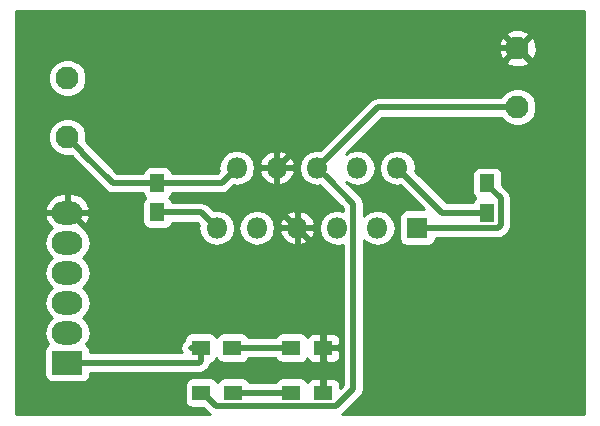
<source format=gbr>
G04 #@! TF.FileFunction,Copper,L1,Top,Signal*
%FSLAX46Y46*%
G04 Gerber Fmt 4.6, Leading zero omitted, Abs format (unit mm)*
G04 Created by KiCad (PCBNEW 4.0.7+dfsg1-1ubuntu2) date Fri Sep 14 11:58:39 2018*
%MOMM*%
%LPD*%
G01*
G04 APERTURE LIST*
%ADD10C,0.100000*%
%ADD11R,1.500000X1.300000*%
%ADD12C,1.950000*%
%ADD13R,1.250000X1.500000*%
%ADD14R,1.800000X1.800000*%
%ADD15O,1.800000X1.800000*%
%ADD16R,2.600000X2.000000*%
%ADD17O,2.600000X2.000000*%
%ADD18C,0.500000*%
%ADD19C,0.254000*%
G04 APERTURE END LIST*
D10*
D11*
X93900000Y-54610000D03*
X96600000Y-54610000D03*
D12*
X113030000Y-25440000D03*
X113030000Y-30440000D03*
D11*
X88980000Y-54610000D03*
X86280000Y-54610000D03*
X88900000Y-50800000D03*
X86200000Y-50800000D03*
X93900000Y-50800000D03*
X96600000Y-50800000D03*
D13*
X82550000Y-36850000D03*
X82550000Y-39350000D03*
X110490000Y-36870000D03*
X110490000Y-39370000D03*
D14*
X104570000Y-40640000D03*
D15*
X102870000Y-35560000D03*
X101170000Y-40640000D03*
X99470000Y-35560000D03*
X97770000Y-40640000D03*
X96070000Y-35560000D03*
X94370000Y-40640000D03*
X92670000Y-35560000D03*
X90970000Y-40640000D03*
X89270000Y-35560000D03*
X87570000Y-40640000D03*
D16*
X74930000Y-52070000D03*
D17*
X74930000Y-49530000D03*
X74930000Y-46990000D03*
X74930000Y-44450000D03*
X74930000Y-41910000D03*
X74930000Y-39370000D03*
D12*
X74930000Y-27980000D03*
X74930000Y-32980000D03*
D18*
X82550000Y-36850000D02*
X87980000Y-36850000D01*
X87980000Y-36850000D02*
X89270000Y-35560000D01*
X76200000Y-34290000D02*
X78760000Y-36850000D01*
X78760000Y-36850000D02*
X82550000Y-36850000D01*
X76200000Y-34250000D02*
X76200000Y-34290000D01*
X74930000Y-32980000D02*
X76200000Y-34250000D01*
X82550000Y-39350000D02*
X86280000Y-39350000D01*
X86280000Y-39350000D02*
X87570000Y-40640000D01*
X104570000Y-40640000D02*
X111405002Y-40640000D01*
X111405002Y-40640000D02*
X111615000Y-40430002D01*
X111615000Y-40430002D02*
X111615000Y-38120000D01*
X111615000Y-38120000D02*
X110490000Y-36995000D01*
X110490000Y-36995000D02*
X110490000Y-36870000D01*
X106680000Y-39370000D02*
X110490000Y-39370000D01*
X102870000Y-35560000D02*
X106680000Y-39370000D01*
X96070000Y-35560000D02*
X101190000Y-30440000D01*
X101190000Y-30440000D02*
X113030000Y-30440000D01*
X86280000Y-54610000D02*
X86380000Y-54610000D01*
X86380000Y-54610000D02*
X87480001Y-55710001D01*
X87480001Y-55710001D02*
X97710001Y-55710001D01*
X97710001Y-55710001D02*
X99120001Y-54300001D01*
X99120001Y-54300001D02*
X99120001Y-38610001D01*
X99120001Y-38610001D02*
X96969999Y-36459999D01*
X96969999Y-36459999D02*
X96070000Y-35560000D01*
X92670000Y-35560000D02*
X102790000Y-25440000D01*
X102790000Y-25440000D02*
X113030000Y-25440000D01*
X96600000Y-50800000D02*
X96600000Y-44450000D01*
X74930000Y-39370000D02*
X75230000Y-39370000D01*
X96600000Y-44450000D02*
X96600000Y-42870000D01*
X75230000Y-39370000D02*
X80310000Y-44450000D01*
X80310000Y-44450000D02*
X96600000Y-44450000D01*
X92670000Y-35560000D02*
X92670000Y-38940000D01*
X92670000Y-38940000D02*
X94370000Y-40640000D01*
X96600000Y-54610000D02*
X96600000Y-50800000D01*
X96600000Y-42870000D02*
X94370000Y-40640000D01*
X73960000Y-39370000D02*
X73660000Y-39370000D01*
X88980000Y-54610000D02*
X93900000Y-54610000D01*
X88900000Y-50800000D02*
X89000000Y-50800000D01*
X89000000Y-50800000D02*
X93900000Y-50800000D01*
X74930000Y-52070000D02*
X86080000Y-52070000D01*
X86080000Y-52070000D02*
X86200000Y-51950000D01*
X86200000Y-51950000D02*
X86200000Y-50800000D01*
X86200000Y-50800000D02*
X85390000Y-50800000D01*
D19*
G36*
X118670000Y-56440000D02*
X98179830Y-56440000D01*
X98335791Y-56335791D01*
X98335792Y-56335790D01*
X99745788Y-54925793D01*
X99745791Y-54925791D01*
X99937634Y-54638676D01*
X99943338Y-54610000D01*
X100005002Y-54300001D01*
X100005001Y-54299996D01*
X100005001Y-41651300D01*
X100054519Y-41725409D01*
X100552509Y-42058155D01*
X101139928Y-42175000D01*
X101200072Y-42175000D01*
X101787491Y-42058155D01*
X102285481Y-41725409D01*
X102618227Y-41227419D01*
X102735072Y-40640000D01*
X102618227Y-40052581D01*
X102285481Y-39554591D01*
X101787491Y-39221845D01*
X101200072Y-39105000D01*
X101139928Y-39105000D01*
X100552509Y-39221845D01*
X100054519Y-39554591D01*
X100005001Y-39628700D01*
X100005001Y-38610006D01*
X100005002Y-38610001D01*
X99937634Y-38271327D01*
X99937634Y-38271326D01*
X99745791Y-37984211D01*
X99745788Y-37984209D01*
X98512645Y-36751065D01*
X98852509Y-36978155D01*
X99439928Y-37095000D01*
X99500072Y-37095000D01*
X100087491Y-36978155D01*
X100585481Y-36645409D01*
X100918227Y-36147419D01*
X101035072Y-35560000D01*
X101304928Y-35560000D01*
X101421773Y-36147419D01*
X101754519Y-36645409D01*
X102252509Y-36978155D01*
X102839928Y-37095000D01*
X102900072Y-37095000D01*
X103111387Y-37052967D01*
X105150981Y-39092560D01*
X103670000Y-39092560D01*
X103434683Y-39136838D01*
X103218559Y-39275910D01*
X103073569Y-39488110D01*
X103022560Y-39740000D01*
X103022560Y-41540000D01*
X103066838Y-41775317D01*
X103205910Y-41991441D01*
X103418110Y-42136431D01*
X103670000Y-42187440D01*
X105470000Y-42187440D01*
X105705317Y-42143162D01*
X105921441Y-42004090D01*
X106066431Y-41791890D01*
X106117440Y-41540000D01*
X106117440Y-41525000D01*
X111404997Y-41525000D01*
X111405002Y-41525001D01*
X111687486Y-41468810D01*
X111743677Y-41457633D01*
X112030792Y-41265790D01*
X112030793Y-41265789D01*
X112240787Y-41055794D01*
X112240790Y-41055792D01*
X112432633Y-40768677D01*
X112471866Y-40571441D01*
X112500001Y-40430002D01*
X112500000Y-40429997D01*
X112500000Y-38120005D01*
X112500001Y-38120000D01*
X112432633Y-37781325D01*
X112394999Y-37725001D01*
X112240790Y-37494210D01*
X112240787Y-37494208D01*
X111762440Y-37015861D01*
X111762440Y-36120000D01*
X111718162Y-35884683D01*
X111579090Y-35668559D01*
X111366890Y-35523569D01*
X111115000Y-35472560D01*
X109865000Y-35472560D01*
X109629683Y-35516838D01*
X109413559Y-35655910D01*
X109268569Y-35868110D01*
X109217560Y-36120000D01*
X109217560Y-37620000D01*
X109261838Y-37855317D01*
X109400910Y-38071441D01*
X109470711Y-38119134D01*
X109413559Y-38155910D01*
X109268569Y-38368110D01*
X109244898Y-38485000D01*
X107046579Y-38485000D01*
X104383060Y-35821480D01*
X104435072Y-35560000D01*
X104318227Y-34972581D01*
X103985481Y-34474591D01*
X103487491Y-34141845D01*
X102900072Y-34025000D01*
X102839928Y-34025000D01*
X102252509Y-34141845D01*
X101754519Y-34474591D01*
X101421773Y-34972581D01*
X101304928Y-35560000D01*
X101035072Y-35560000D01*
X100918227Y-34972581D01*
X100585481Y-34474591D01*
X100087491Y-34141845D01*
X99500072Y-34025000D01*
X99439928Y-34025000D01*
X98852509Y-34141845D01*
X98512645Y-34368935D01*
X101556579Y-31325000D01*
X111653652Y-31325000D01*
X111664312Y-31350800D01*
X112116817Y-31804096D01*
X112708346Y-32049720D01*
X113348844Y-32050279D01*
X113940800Y-31805688D01*
X114394096Y-31353183D01*
X114639720Y-30761654D01*
X114640279Y-30121156D01*
X114395688Y-29529200D01*
X113943183Y-29075904D01*
X113351654Y-28830280D01*
X112711156Y-28829721D01*
X112119200Y-29074312D01*
X111665904Y-29526817D01*
X111654201Y-29555000D01*
X101190000Y-29555000D01*
X100851325Y-29622367D01*
X100564210Y-29814210D01*
X100564208Y-29814213D01*
X96311387Y-34067033D01*
X96100072Y-34025000D01*
X96039928Y-34025000D01*
X95452509Y-34141845D01*
X94954519Y-34474591D01*
X94621773Y-34972581D01*
X94504928Y-35560000D01*
X94621773Y-36147419D01*
X94954519Y-36645409D01*
X95452509Y-36978155D01*
X96039928Y-37095000D01*
X96100072Y-37095000D01*
X96311388Y-37052967D01*
X96344207Y-37085786D01*
X96344209Y-37085789D01*
X98235001Y-38976580D01*
X98235001Y-39191513D01*
X97800072Y-39105000D01*
X97739928Y-39105000D01*
X97152509Y-39221845D01*
X96654519Y-39554591D01*
X96321773Y-40052581D01*
X96204928Y-40640000D01*
X96321773Y-41227419D01*
X96654519Y-41725409D01*
X97152509Y-42058155D01*
X97739928Y-42175000D01*
X97800072Y-42175000D01*
X98235001Y-42088487D01*
X98235001Y-53933422D01*
X97985000Y-54183423D01*
X97985000Y-53833690D01*
X97888327Y-53600301D01*
X97709698Y-53421673D01*
X97476309Y-53325000D01*
X96885750Y-53325000D01*
X96727000Y-53483750D01*
X96727000Y-54483000D01*
X96747000Y-54483000D01*
X96747000Y-54737000D01*
X96727000Y-54737000D01*
X96727000Y-54757000D01*
X96473000Y-54757000D01*
X96473000Y-54737000D01*
X96453000Y-54737000D01*
X96453000Y-54483000D01*
X96473000Y-54483000D01*
X96473000Y-53483750D01*
X96314250Y-53325000D01*
X95723691Y-53325000D01*
X95490302Y-53421673D01*
X95311673Y-53600301D01*
X95255346Y-53736287D01*
X95253162Y-53724683D01*
X95114090Y-53508559D01*
X94901890Y-53363569D01*
X94650000Y-53312560D01*
X93150000Y-53312560D01*
X92914683Y-53356838D01*
X92698559Y-53495910D01*
X92553569Y-53708110D01*
X92550149Y-53725000D01*
X90333222Y-53725000D01*
X90333162Y-53724683D01*
X90194090Y-53508559D01*
X89981890Y-53363569D01*
X89730000Y-53312560D01*
X88230000Y-53312560D01*
X87994683Y-53356838D01*
X87778559Y-53495910D01*
X87633569Y-53708110D01*
X87630919Y-53721197D01*
X87494090Y-53508559D01*
X87281890Y-53363569D01*
X87030000Y-53312560D01*
X85530000Y-53312560D01*
X85294683Y-53356838D01*
X85078559Y-53495910D01*
X84933569Y-53708110D01*
X84882560Y-53960000D01*
X84882560Y-55260000D01*
X84926838Y-55495317D01*
X85065910Y-55711441D01*
X85278110Y-55856431D01*
X85530000Y-55907440D01*
X86425861Y-55907440D01*
X86854209Y-56335788D01*
X86854211Y-56335791D01*
X87010172Y-56440000D01*
X70560000Y-56440000D01*
X70560000Y-41910000D01*
X72957091Y-41910000D01*
X73081548Y-42535687D01*
X73435971Y-43066120D01*
X73606405Y-43180000D01*
X73435971Y-43293880D01*
X73081548Y-43824313D01*
X72957091Y-44450000D01*
X73081548Y-45075687D01*
X73435971Y-45606120D01*
X73606405Y-45720000D01*
X73435971Y-45833880D01*
X73081548Y-46364313D01*
X72957091Y-46990000D01*
X73081548Y-47615687D01*
X73435971Y-48146120D01*
X73606405Y-48260000D01*
X73435971Y-48373880D01*
X73081548Y-48904313D01*
X72957091Y-49530000D01*
X73081548Y-50155687D01*
X73321093Y-50514192D01*
X73178559Y-50605910D01*
X73033569Y-50818110D01*
X72982560Y-51070000D01*
X72982560Y-53070000D01*
X73026838Y-53305317D01*
X73165910Y-53521441D01*
X73378110Y-53666431D01*
X73630000Y-53717440D01*
X76230000Y-53717440D01*
X76465317Y-53673162D01*
X76681441Y-53534090D01*
X76826431Y-53321890D01*
X76877440Y-53070000D01*
X76877440Y-52955000D01*
X86079995Y-52955000D01*
X86080000Y-52955001D01*
X86362484Y-52898810D01*
X86418675Y-52887633D01*
X86705790Y-52695790D01*
X86825787Y-52575792D01*
X86825790Y-52575790D01*
X87017633Y-52288675D01*
X87028810Y-52232484D01*
X87059782Y-52076783D01*
X87185317Y-52053162D01*
X87401441Y-51914090D01*
X87546431Y-51701890D01*
X87549081Y-51688803D01*
X87685910Y-51901441D01*
X87898110Y-52046431D01*
X88150000Y-52097440D01*
X89650000Y-52097440D01*
X89885317Y-52053162D01*
X90101441Y-51914090D01*
X90246431Y-51701890D01*
X90249851Y-51685000D01*
X92546778Y-51685000D01*
X92546838Y-51685317D01*
X92685910Y-51901441D01*
X92898110Y-52046431D01*
X93150000Y-52097440D01*
X94650000Y-52097440D01*
X94885317Y-52053162D01*
X95101441Y-51914090D01*
X95246431Y-51701890D01*
X95253191Y-51668510D01*
X95311673Y-51809699D01*
X95490302Y-51988327D01*
X95723691Y-52085000D01*
X96314250Y-52085000D01*
X96473000Y-51926250D01*
X96473000Y-50927000D01*
X96727000Y-50927000D01*
X96727000Y-51926250D01*
X96885750Y-52085000D01*
X97476309Y-52085000D01*
X97709698Y-51988327D01*
X97888327Y-51809699D01*
X97985000Y-51576310D01*
X97985000Y-51085750D01*
X97826250Y-50927000D01*
X96727000Y-50927000D01*
X96473000Y-50927000D01*
X96453000Y-50927000D01*
X96453000Y-50673000D01*
X96473000Y-50673000D01*
X96473000Y-49673750D01*
X96727000Y-49673750D01*
X96727000Y-50673000D01*
X97826250Y-50673000D01*
X97985000Y-50514250D01*
X97985000Y-50023690D01*
X97888327Y-49790301D01*
X97709698Y-49611673D01*
X97476309Y-49515000D01*
X96885750Y-49515000D01*
X96727000Y-49673750D01*
X96473000Y-49673750D01*
X96314250Y-49515000D01*
X95723691Y-49515000D01*
X95490302Y-49611673D01*
X95311673Y-49790301D01*
X95255346Y-49926287D01*
X95253162Y-49914683D01*
X95114090Y-49698559D01*
X94901890Y-49553569D01*
X94650000Y-49502560D01*
X93150000Y-49502560D01*
X92914683Y-49546838D01*
X92698559Y-49685910D01*
X92553569Y-49898110D01*
X92550149Y-49915000D01*
X90253222Y-49915000D01*
X90253162Y-49914683D01*
X90114090Y-49698559D01*
X89901890Y-49553569D01*
X89650000Y-49502560D01*
X88150000Y-49502560D01*
X87914683Y-49546838D01*
X87698559Y-49685910D01*
X87553569Y-49898110D01*
X87550919Y-49911197D01*
X87414090Y-49698559D01*
X87201890Y-49553569D01*
X86950000Y-49502560D01*
X85450000Y-49502560D01*
X85214683Y-49546838D01*
X84998559Y-49685910D01*
X84853569Y-49898110D01*
X84802891Y-50148364D01*
X84764210Y-50174210D01*
X84572367Y-50461325D01*
X84505000Y-50800000D01*
X84572367Y-51138675D01*
X84603320Y-51185000D01*
X76877440Y-51185000D01*
X76877440Y-51070000D01*
X76833162Y-50834683D01*
X76694090Y-50618559D01*
X76539671Y-50513049D01*
X76778452Y-50155687D01*
X76902909Y-49530000D01*
X76778452Y-48904313D01*
X76424029Y-48373880D01*
X76253595Y-48260000D01*
X76424029Y-48146120D01*
X76778452Y-47615687D01*
X76902909Y-46990000D01*
X76778452Y-46364313D01*
X76424029Y-45833880D01*
X76253595Y-45720000D01*
X76424029Y-45606120D01*
X76778452Y-45075687D01*
X76902909Y-44450000D01*
X76778452Y-43824313D01*
X76424029Y-43293880D01*
X76253595Y-43180000D01*
X76424029Y-43066120D01*
X76778452Y-42535687D01*
X76902909Y-41910000D01*
X76778452Y-41284313D01*
X76424029Y-40753880D01*
X76233812Y-40626781D01*
X76475922Y-40436317D01*
X76789144Y-39878355D01*
X76820124Y-39750434D01*
X76700777Y-39497000D01*
X75057000Y-39497000D01*
X75057000Y-39517000D01*
X74803000Y-39517000D01*
X74803000Y-39497000D01*
X73159223Y-39497000D01*
X73039876Y-39750434D01*
X73070856Y-39878355D01*
X73384078Y-40436317D01*
X73626188Y-40626781D01*
X73435971Y-40753880D01*
X73081548Y-41284313D01*
X72957091Y-41910000D01*
X70560000Y-41910000D01*
X70560000Y-38989566D01*
X73039876Y-38989566D01*
X73159223Y-39243000D01*
X74803000Y-39243000D01*
X74803000Y-37735000D01*
X75057000Y-37735000D01*
X75057000Y-39243000D01*
X76700777Y-39243000D01*
X76820124Y-38989566D01*
X76789144Y-38861645D01*
X76475922Y-38303683D01*
X75973020Y-37908058D01*
X75357000Y-37735000D01*
X75057000Y-37735000D01*
X74803000Y-37735000D01*
X74503000Y-37735000D01*
X73886980Y-37908058D01*
X73384078Y-38303683D01*
X73070856Y-38861645D01*
X73039876Y-38989566D01*
X70560000Y-38989566D01*
X70560000Y-33298844D01*
X73319721Y-33298844D01*
X73564312Y-33890800D01*
X74016817Y-34344096D01*
X74608346Y-34589720D01*
X75248844Y-34590279D01*
X75277047Y-34578626D01*
X75493664Y-34795243D01*
X75574210Y-34915790D01*
X78134208Y-37475787D01*
X78134210Y-37475790D01*
X78421325Y-37667633D01*
X78477516Y-37678810D01*
X78760000Y-37735001D01*
X78760005Y-37735000D01*
X81302962Y-37735000D01*
X81321838Y-37835317D01*
X81460910Y-38051441D01*
X81530711Y-38099134D01*
X81473559Y-38135910D01*
X81328569Y-38348110D01*
X81277560Y-38600000D01*
X81277560Y-40100000D01*
X81321838Y-40335317D01*
X81460910Y-40551441D01*
X81673110Y-40696431D01*
X81925000Y-40747440D01*
X83175000Y-40747440D01*
X83410317Y-40703162D01*
X83626441Y-40564090D01*
X83771431Y-40351890D01*
X83795102Y-40235000D01*
X85913420Y-40235000D01*
X86056940Y-40378519D01*
X86004928Y-40640000D01*
X86121773Y-41227419D01*
X86454519Y-41725409D01*
X86952509Y-42058155D01*
X87539928Y-42175000D01*
X87600072Y-42175000D01*
X88187491Y-42058155D01*
X88685481Y-41725409D01*
X89018227Y-41227419D01*
X89135072Y-40640000D01*
X89404928Y-40640000D01*
X89521773Y-41227419D01*
X89854519Y-41725409D01*
X90352509Y-42058155D01*
X90939928Y-42175000D01*
X91000072Y-42175000D01*
X91587491Y-42058155D01*
X92085481Y-41725409D01*
X92418227Y-41227419D01*
X92462520Y-41004740D01*
X92878964Y-41004740D01*
X93057760Y-41436417D01*
X93462424Y-41877966D01*
X94005258Y-42131046D01*
X94243000Y-42010997D01*
X94243000Y-40767000D01*
X94497000Y-40767000D01*
X94497000Y-42010997D01*
X94734742Y-42131046D01*
X95277576Y-41877966D01*
X95682240Y-41436417D01*
X95861036Y-41004740D01*
X95740378Y-40767000D01*
X94497000Y-40767000D01*
X94243000Y-40767000D01*
X92999622Y-40767000D01*
X92878964Y-41004740D01*
X92462520Y-41004740D01*
X92535072Y-40640000D01*
X92462521Y-40275260D01*
X92878964Y-40275260D01*
X92999622Y-40513000D01*
X94243000Y-40513000D01*
X94243000Y-39269003D01*
X94497000Y-39269003D01*
X94497000Y-40513000D01*
X95740378Y-40513000D01*
X95861036Y-40275260D01*
X95682240Y-39843583D01*
X95277576Y-39402034D01*
X94734742Y-39148954D01*
X94497000Y-39269003D01*
X94243000Y-39269003D01*
X94005258Y-39148954D01*
X93462424Y-39402034D01*
X93057760Y-39843583D01*
X92878964Y-40275260D01*
X92462521Y-40275260D01*
X92418227Y-40052581D01*
X92085481Y-39554591D01*
X91587491Y-39221845D01*
X91000072Y-39105000D01*
X90939928Y-39105000D01*
X90352509Y-39221845D01*
X89854519Y-39554591D01*
X89521773Y-40052581D01*
X89404928Y-40640000D01*
X89135072Y-40640000D01*
X89018227Y-40052581D01*
X88685481Y-39554591D01*
X88187491Y-39221845D01*
X87600072Y-39105000D01*
X87539928Y-39105000D01*
X87328613Y-39147033D01*
X86905790Y-38724210D01*
X86618675Y-38532367D01*
X86562484Y-38521190D01*
X86280000Y-38464999D01*
X86279995Y-38465000D01*
X83797038Y-38465000D01*
X83778162Y-38364683D01*
X83639090Y-38148559D01*
X83569289Y-38100866D01*
X83626441Y-38064090D01*
X83771431Y-37851890D01*
X83795102Y-37735000D01*
X87979995Y-37735000D01*
X87980000Y-37735001D01*
X88262484Y-37678810D01*
X88318675Y-37667633D01*
X88605790Y-37475790D01*
X89028613Y-37052967D01*
X89239928Y-37095000D01*
X89300072Y-37095000D01*
X89887491Y-36978155D01*
X90385481Y-36645409D01*
X90718227Y-36147419D01*
X90762520Y-35924740D01*
X91178964Y-35924740D01*
X91357760Y-36356417D01*
X91762424Y-36797966D01*
X92305258Y-37051046D01*
X92543000Y-36930997D01*
X92543000Y-35687000D01*
X92797000Y-35687000D01*
X92797000Y-36930997D01*
X93034742Y-37051046D01*
X93577576Y-36797966D01*
X93982240Y-36356417D01*
X94161036Y-35924740D01*
X94040378Y-35687000D01*
X92797000Y-35687000D01*
X92543000Y-35687000D01*
X91299622Y-35687000D01*
X91178964Y-35924740D01*
X90762520Y-35924740D01*
X90835072Y-35560000D01*
X90762521Y-35195260D01*
X91178964Y-35195260D01*
X91299622Y-35433000D01*
X92543000Y-35433000D01*
X92543000Y-34189003D01*
X92797000Y-34189003D01*
X92797000Y-35433000D01*
X94040378Y-35433000D01*
X94161036Y-35195260D01*
X93982240Y-34763583D01*
X93577576Y-34322034D01*
X93034742Y-34068954D01*
X92797000Y-34189003D01*
X92543000Y-34189003D01*
X92305258Y-34068954D01*
X91762424Y-34322034D01*
X91357760Y-34763583D01*
X91178964Y-35195260D01*
X90762521Y-35195260D01*
X90718227Y-34972581D01*
X90385481Y-34474591D01*
X89887491Y-34141845D01*
X89300072Y-34025000D01*
X89239928Y-34025000D01*
X88652509Y-34141845D01*
X88154519Y-34474591D01*
X87821773Y-34972581D01*
X87704928Y-35560000D01*
X87756940Y-35821481D01*
X87613420Y-35965000D01*
X83797038Y-35965000D01*
X83778162Y-35864683D01*
X83639090Y-35648559D01*
X83426890Y-35503569D01*
X83175000Y-35452560D01*
X81925000Y-35452560D01*
X81689683Y-35496838D01*
X81473559Y-35635910D01*
X81328569Y-35848110D01*
X81304898Y-35965000D01*
X79126579Y-35965000D01*
X76906335Y-33744755D01*
X76825790Y-33624210D01*
X76825787Y-33624208D01*
X76529015Y-33327435D01*
X76539720Y-33301654D01*
X76540279Y-32661156D01*
X76295688Y-32069200D01*
X75843183Y-31615904D01*
X75251654Y-31370280D01*
X74611156Y-31369721D01*
X74019200Y-31614312D01*
X73565904Y-32066817D01*
X73320280Y-32658346D01*
X73319721Y-33298844D01*
X70560000Y-33298844D01*
X70560000Y-28298844D01*
X73319721Y-28298844D01*
X73564312Y-28890800D01*
X74016817Y-29344096D01*
X74608346Y-29589720D01*
X75248844Y-29590279D01*
X75840800Y-29345688D01*
X76294096Y-28893183D01*
X76539720Y-28301654D01*
X76540279Y-27661156D01*
X76295688Y-27069200D01*
X75843183Y-26615904D01*
X75743332Y-26574442D01*
X112075163Y-26574442D01*
X112170763Y-26838704D01*
X112771429Y-27061049D01*
X113411461Y-27036605D01*
X113889237Y-26838704D01*
X113984837Y-26574442D01*
X113030000Y-25619605D01*
X112075163Y-26574442D01*
X75743332Y-26574442D01*
X75251654Y-26370280D01*
X74611156Y-26369721D01*
X74019200Y-26614312D01*
X73565904Y-27066817D01*
X73320280Y-27658346D01*
X73319721Y-28298844D01*
X70560000Y-28298844D01*
X70560000Y-25181429D01*
X111408951Y-25181429D01*
X111433395Y-25821461D01*
X111631296Y-26299237D01*
X111895558Y-26394837D01*
X112850395Y-25440000D01*
X113209605Y-25440000D01*
X114164442Y-26394837D01*
X114428704Y-26299237D01*
X114651049Y-25698571D01*
X114626605Y-25058539D01*
X114428704Y-24580763D01*
X114164442Y-24485163D01*
X113209605Y-25440000D01*
X112850395Y-25440000D01*
X111895558Y-24485163D01*
X111631296Y-24580763D01*
X111408951Y-25181429D01*
X70560000Y-25181429D01*
X70560000Y-24305558D01*
X112075163Y-24305558D01*
X113030000Y-25260395D01*
X113984837Y-24305558D01*
X113889237Y-24041296D01*
X113288571Y-23818951D01*
X112648539Y-23843395D01*
X112170763Y-24041296D01*
X112075163Y-24305558D01*
X70560000Y-24305558D01*
X70560000Y-22300000D01*
X118670000Y-22300000D01*
X118670000Y-56440000D01*
X118670000Y-56440000D01*
G37*
X118670000Y-56440000D02*
X98179830Y-56440000D01*
X98335791Y-56335791D01*
X98335792Y-56335790D01*
X99745788Y-54925793D01*
X99745791Y-54925791D01*
X99937634Y-54638676D01*
X99943338Y-54610000D01*
X100005002Y-54300001D01*
X100005001Y-54299996D01*
X100005001Y-41651300D01*
X100054519Y-41725409D01*
X100552509Y-42058155D01*
X101139928Y-42175000D01*
X101200072Y-42175000D01*
X101787491Y-42058155D01*
X102285481Y-41725409D01*
X102618227Y-41227419D01*
X102735072Y-40640000D01*
X102618227Y-40052581D01*
X102285481Y-39554591D01*
X101787491Y-39221845D01*
X101200072Y-39105000D01*
X101139928Y-39105000D01*
X100552509Y-39221845D01*
X100054519Y-39554591D01*
X100005001Y-39628700D01*
X100005001Y-38610006D01*
X100005002Y-38610001D01*
X99937634Y-38271327D01*
X99937634Y-38271326D01*
X99745791Y-37984211D01*
X99745788Y-37984209D01*
X98512645Y-36751065D01*
X98852509Y-36978155D01*
X99439928Y-37095000D01*
X99500072Y-37095000D01*
X100087491Y-36978155D01*
X100585481Y-36645409D01*
X100918227Y-36147419D01*
X101035072Y-35560000D01*
X101304928Y-35560000D01*
X101421773Y-36147419D01*
X101754519Y-36645409D01*
X102252509Y-36978155D01*
X102839928Y-37095000D01*
X102900072Y-37095000D01*
X103111387Y-37052967D01*
X105150981Y-39092560D01*
X103670000Y-39092560D01*
X103434683Y-39136838D01*
X103218559Y-39275910D01*
X103073569Y-39488110D01*
X103022560Y-39740000D01*
X103022560Y-41540000D01*
X103066838Y-41775317D01*
X103205910Y-41991441D01*
X103418110Y-42136431D01*
X103670000Y-42187440D01*
X105470000Y-42187440D01*
X105705317Y-42143162D01*
X105921441Y-42004090D01*
X106066431Y-41791890D01*
X106117440Y-41540000D01*
X106117440Y-41525000D01*
X111404997Y-41525000D01*
X111405002Y-41525001D01*
X111687486Y-41468810D01*
X111743677Y-41457633D01*
X112030792Y-41265790D01*
X112030793Y-41265789D01*
X112240787Y-41055794D01*
X112240790Y-41055792D01*
X112432633Y-40768677D01*
X112471866Y-40571441D01*
X112500001Y-40430002D01*
X112500000Y-40429997D01*
X112500000Y-38120005D01*
X112500001Y-38120000D01*
X112432633Y-37781325D01*
X112394999Y-37725001D01*
X112240790Y-37494210D01*
X112240787Y-37494208D01*
X111762440Y-37015861D01*
X111762440Y-36120000D01*
X111718162Y-35884683D01*
X111579090Y-35668559D01*
X111366890Y-35523569D01*
X111115000Y-35472560D01*
X109865000Y-35472560D01*
X109629683Y-35516838D01*
X109413559Y-35655910D01*
X109268569Y-35868110D01*
X109217560Y-36120000D01*
X109217560Y-37620000D01*
X109261838Y-37855317D01*
X109400910Y-38071441D01*
X109470711Y-38119134D01*
X109413559Y-38155910D01*
X109268569Y-38368110D01*
X109244898Y-38485000D01*
X107046579Y-38485000D01*
X104383060Y-35821480D01*
X104435072Y-35560000D01*
X104318227Y-34972581D01*
X103985481Y-34474591D01*
X103487491Y-34141845D01*
X102900072Y-34025000D01*
X102839928Y-34025000D01*
X102252509Y-34141845D01*
X101754519Y-34474591D01*
X101421773Y-34972581D01*
X101304928Y-35560000D01*
X101035072Y-35560000D01*
X100918227Y-34972581D01*
X100585481Y-34474591D01*
X100087491Y-34141845D01*
X99500072Y-34025000D01*
X99439928Y-34025000D01*
X98852509Y-34141845D01*
X98512645Y-34368935D01*
X101556579Y-31325000D01*
X111653652Y-31325000D01*
X111664312Y-31350800D01*
X112116817Y-31804096D01*
X112708346Y-32049720D01*
X113348844Y-32050279D01*
X113940800Y-31805688D01*
X114394096Y-31353183D01*
X114639720Y-30761654D01*
X114640279Y-30121156D01*
X114395688Y-29529200D01*
X113943183Y-29075904D01*
X113351654Y-28830280D01*
X112711156Y-28829721D01*
X112119200Y-29074312D01*
X111665904Y-29526817D01*
X111654201Y-29555000D01*
X101190000Y-29555000D01*
X100851325Y-29622367D01*
X100564210Y-29814210D01*
X100564208Y-29814213D01*
X96311387Y-34067033D01*
X96100072Y-34025000D01*
X96039928Y-34025000D01*
X95452509Y-34141845D01*
X94954519Y-34474591D01*
X94621773Y-34972581D01*
X94504928Y-35560000D01*
X94621773Y-36147419D01*
X94954519Y-36645409D01*
X95452509Y-36978155D01*
X96039928Y-37095000D01*
X96100072Y-37095000D01*
X96311388Y-37052967D01*
X96344207Y-37085786D01*
X96344209Y-37085789D01*
X98235001Y-38976580D01*
X98235001Y-39191513D01*
X97800072Y-39105000D01*
X97739928Y-39105000D01*
X97152509Y-39221845D01*
X96654519Y-39554591D01*
X96321773Y-40052581D01*
X96204928Y-40640000D01*
X96321773Y-41227419D01*
X96654519Y-41725409D01*
X97152509Y-42058155D01*
X97739928Y-42175000D01*
X97800072Y-42175000D01*
X98235001Y-42088487D01*
X98235001Y-53933422D01*
X97985000Y-54183423D01*
X97985000Y-53833690D01*
X97888327Y-53600301D01*
X97709698Y-53421673D01*
X97476309Y-53325000D01*
X96885750Y-53325000D01*
X96727000Y-53483750D01*
X96727000Y-54483000D01*
X96747000Y-54483000D01*
X96747000Y-54737000D01*
X96727000Y-54737000D01*
X96727000Y-54757000D01*
X96473000Y-54757000D01*
X96473000Y-54737000D01*
X96453000Y-54737000D01*
X96453000Y-54483000D01*
X96473000Y-54483000D01*
X96473000Y-53483750D01*
X96314250Y-53325000D01*
X95723691Y-53325000D01*
X95490302Y-53421673D01*
X95311673Y-53600301D01*
X95255346Y-53736287D01*
X95253162Y-53724683D01*
X95114090Y-53508559D01*
X94901890Y-53363569D01*
X94650000Y-53312560D01*
X93150000Y-53312560D01*
X92914683Y-53356838D01*
X92698559Y-53495910D01*
X92553569Y-53708110D01*
X92550149Y-53725000D01*
X90333222Y-53725000D01*
X90333162Y-53724683D01*
X90194090Y-53508559D01*
X89981890Y-53363569D01*
X89730000Y-53312560D01*
X88230000Y-53312560D01*
X87994683Y-53356838D01*
X87778559Y-53495910D01*
X87633569Y-53708110D01*
X87630919Y-53721197D01*
X87494090Y-53508559D01*
X87281890Y-53363569D01*
X87030000Y-53312560D01*
X85530000Y-53312560D01*
X85294683Y-53356838D01*
X85078559Y-53495910D01*
X84933569Y-53708110D01*
X84882560Y-53960000D01*
X84882560Y-55260000D01*
X84926838Y-55495317D01*
X85065910Y-55711441D01*
X85278110Y-55856431D01*
X85530000Y-55907440D01*
X86425861Y-55907440D01*
X86854209Y-56335788D01*
X86854211Y-56335791D01*
X87010172Y-56440000D01*
X70560000Y-56440000D01*
X70560000Y-41910000D01*
X72957091Y-41910000D01*
X73081548Y-42535687D01*
X73435971Y-43066120D01*
X73606405Y-43180000D01*
X73435971Y-43293880D01*
X73081548Y-43824313D01*
X72957091Y-44450000D01*
X73081548Y-45075687D01*
X73435971Y-45606120D01*
X73606405Y-45720000D01*
X73435971Y-45833880D01*
X73081548Y-46364313D01*
X72957091Y-46990000D01*
X73081548Y-47615687D01*
X73435971Y-48146120D01*
X73606405Y-48260000D01*
X73435971Y-48373880D01*
X73081548Y-48904313D01*
X72957091Y-49530000D01*
X73081548Y-50155687D01*
X73321093Y-50514192D01*
X73178559Y-50605910D01*
X73033569Y-50818110D01*
X72982560Y-51070000D01*
X72982560Y-53070000D01*
X73026838Y-53305317D01*
X73165910Y-53521441D01*
X73378110Y-53666431D01*
X73630000Y-53717440D01*
X76230000Y-53717440D01*
X76465317Y-53673162D01*
X76681441Y-53534090D01*
X76826431Y-53321890D01*
X76877440Y-53070000D01*
X76877440Y-52955000D01*
X86079995Y-52955000D01*
X86080000Y-52955001D01*
X86362484Y-52898810D01*
X86418675Y-52887633D01*
X86705790Y-52695790D01*
X86825787Y-52575792D01*
X86825790Y-52575790D01*
X87017633Y-52288675D01*
X87028810Y-52232484D01*
X87059782Y-52076783D01*
X87185317Y-52053162D01*
X87401441Y-51914090D01*
X87546431Y-51701890D01*
X87549081Y-51688803D01*
X87685910Y-51901441D01*
X87898110Y-52046431D01*
X88150000Y-52097440D01*
X89650000Y-52097440D01*
X89885317Y-52053162D01*
X90101441Y-51914090D01*
X90246431Y-51701890D01*
X90249851Y-51685000D01*
X92546778Y-51685000D01*
X92546838Y-51685317D01*
X92685910Y-51901441D01*
X92898110Y-52046431D01*
X93150000Y-52097440D01*
X94650000Y-52097440D01*
X94885317Y-52053162D01*
X95101441Y-51914090D01*
X95246431Y-51701890D01*
X95253191Y-51668510D01*
X95311673Y-51809699D01*
X95490302Y-51988327D01*
X95723691Y-52085000D01*
X96314250Y-52085000D01*
X96473000Y-51926250D01*
X96473000Y-50927000D01*
X96727000Y-50927000D01*
X96727000Y-51926250D01*
X96885750Y-52085000D01*
X97476309Y-52085000D01*
X97709698Y-51988327D01*
X97888327Y-51809699D01*
X97985000Y-51576310D01*
X97985000Y-51085750D01*
X97826250Y-50927000D01*
X96727000Y-50927000D01*
X96473000Y-50927000D01*
X96453000Y-50927000D01*
X96453000Y-50673000D01*
X96473000Y-50673000D01*
X96473000Y-49673750D01*
X96727000Y-49673750D01*
X96727000Y-50673000D01*
X97826250Y-50673000D01*
X97985000Y-50514250D01*
X97985000Y-50023690D01*
X97888327Y-49790301D01*
X97709698Y-49611673D01*
X97476309Y-49515000D01*
X96885750Y-49515000D01*
X96727000Y-49673750D01*
X96473000Y-49673750D01*
X96314250Y-49515000D01*
X95723691Y-49515000D01*
X95490302Y-49611673D01*
X95311673Y-49790301D01*
X95255346Y-49926287D01*
X95253162Y-49914683D01*
X95114090Y-49698559D01*
X94901890Y-49553569D01*
X94650000Y-49502560D01*
X93150000Y-49502560D01*
X92914683Y-49546838D01*
X92698559Y-49685910D01*
X92553569Y-49898110D01*
X92550149Y-49915000D01*
X90253222Y-49915000D01*
X90253162Y-49914683D01*
X90114090Y-49698559D01*
X89901890Y-49553569D01*
X89650000Y-49502560D01*
X88150000Y-49502560D01*
X87914683Y-49546838D01*
X87698559Y-49685910D01*
X87553569Y-49898110D01*
X87550919Y-49911197D01*
X87414090Y-49698559D01*
X87201890Y-49553569D01*
X86950000Y-49502560D01*
X85450000Y-49502560D01*
X85214683Y-49546838D01*
X84998559Y-49685910D01*
X84853569Y-49898110D01*
X84802891Y-50148364D01*
X84764210Y-50174210D01*
X84572367Y-50461325D01*
X84505000Y-50800000D01*
X84572367Y-51138675D01*
X84603320Y-51185000D01*
X76877440Y-51185000D01*
X76877440Y-51070000D01*
X76833162Y-50834683D01*
X76694090Y-50618559D01*
X76539671Y-50513049D01*
X76778452Y-50155687D01*
X76902909Y-49530000D01*
X76778452Y-48904313D01*
X76424029Y-48373880D01*
X76253595Y-48260000D01*
X76424029Y-48146120D01*
X76778452Y-47615687D01*
X76902909Y-46990000D01*
X76778452Y-46364313D01*
X76424029Y-45833880D01*
X76253595Y-45720000D01*
X76424029Y-45606120D01*
X76778452Y-45075687D01*
X76902909Y-44450000D01*
X76778452Y-43824313D01*
X76424029Y-43293880D01*
X76253595Y-43180000D01*
X76424029Y-43066120D01*
X76778452Y-42535687D01*
X76902909Y-41910000D01*
X76778452Y-41284313D01*
X76424029Y-40753880D01*
X76233812Y-40626781D01*
X76475922Y-40436317D01*
X76789144Y-39878355D01*
X76820124Y-39750434D01*
X76700777Y-39497000D01*
X75057000Y-39497000D01*
X75057000Y-39517000D01*
X74803000Y-39517000D01*
X74803000Y-39497000D01*
X73159223Y-39497000D01*
X73039876Y-39750434D01*
X73070856Y-39878355D01*
X73384078Y-40436317D01*
X73626188Y-40626781D01*
X73435971Y-40753880D01*
X73081548Y-41284313D01*
X72957091Y-41910000D01*
X70560000Y-41910000D01*
X70560000Y-38989566D01*
X73039876Y-38989566D01*
X73159223Y-39243000D01*
X74803000Y-39243000D01*
X74803000Y-37735000D01*
X75057000Y-37735000D01*
X75057000Y-39243000D01*
X76700777Y-39243000D01*
X76820124Y-38989566D01*
X76789144Y-38861645D01*
X76475922Y-38303683D01*
X75973020Y-37908058D01*
X75357000Y-37735000D01*
X75057000Y-37735000D01*
X74803000Y-37735000D01*
X74503000Y-37735000D01*
X73886980Y-37908058D01*
X73384078Y-38303683D01*
X73070856Y-38861645D01*
X73039876Y-38989566D01*
X70560000Y-38989566D01*
X70560000Y-33298844D01*
X73319721Y-33298844D01*
X73564312Y-33890800D01*
X74016817Y-34344096D01*
X74608346Y-34589720D01*
X75248844Y-34590279D01*
X75277047Y-34578626D01*
X75493664Y-34795243D01*
X75574210Y-34915790D01*
X78134208Y-37475787D01*
X78134210Y-37475790D01*
X78421325Y-37667633D01*
X78477516Y-37678810D01*
X78760000Y-37735001D01*
X78760005Y-37735000D01*
X81302962Y-37735000D01*
X81321838Y-37835317D01*
X81460910Y-38051441D01*
X81530711Y-38099134D01*
X81473559Y-38135910D01*
X81328569Y-38348110D01*
X81277560Y-38600000D01*
X81277560Y-40100000D01*
X81321838Y-40335317D01*
X81460910Y-40551441D01*
X81673110Y-40696431D01*
X81925000Y-40747440D01*
X83175000Y-40747440D01*
X83410317Y-40703162D01*
X83626441Y-40564090D01*
X83771431Y-40351890D01*
X83795102Y-40235000D01*
X85913420Y-40235000D01*
X86056940Y-40378519D01*
X86004928Y-40640000D01*
X86121773Y-41227419D01*
X86454519Y-41725409D01*
X86952509Y-42058155D01*
X87539928Y-42175000D01*
X87600072Y-42175000D01*
X88187491Y-42058155D01*
X88685481Y-41725409D01*
X89018227Y-41227419D01*
X89135072Y-40640000D01*
X89404928Y-40640000D01*
X89521773Y-41227419D01*
X89854519Y-41725409D01*
X90352509Y-42058155D01*
X90939928Y-42175000D01*
X91000072Y-42175000D01*
X91587491Y-42058155D01*
X92085481Y-41725409D01*
X92418227Y-41227419D01*
X92462520Y-41004740D01*
X92878964Y-41004740D01*
X93057760Y-41436417D01*
X93462424Y-41877966D01*
X94005258Y-42131046D01*
X94243000Y-42010997D01*
X94243000Y-40767000D01*
X94497000Y-40767000D01*
X94497000Y-42010997D01*
X94734742Y-42131046D01*
X95277576Y-41877966D01*
X95682240Y-41436417D01*
X95861036Y-41004740D01*
X95740378Y-40767000D01*
X94497000Y-40767000D01*
X94243000Y-40767000D01*
X92999622Y-40767000D01*
X92878964Y-41004740D01*
X92462520Y-41004740D01*
X92535072Y-40640000D01*
X92462521Y-40275260D01*
X92878964Y-40275260D01*
X92999622Y-40513000D01*
X94243000Y-40513000D01*
X94243000Y-39269003D01*
X94497000Y-39269003D01*
X94497000Y-40513000D01*
X95740378Y-40513000D01*
X95861036Y-40275260D01*
X95682240Y-39843583D01*
X95277576Y-39402034D01*
X94734742Y-39148954D01*
X94497000Y-39269003D01*
X94243000Y-39269003D01*
X94005258Y-39148954D01*
X93462424Y-39402034D01*
X93057760Y-39843583D01*
X92878964Y-40275260D01*
X92462521Y-40275260D01*
X92418227Y-40052581D01*
X92085481Y-39554591D01*
X91587491Y-39221845D01*
X91000072Y-39105000D01*
X90939928Y-39105000D01*
X90352509Y-39221845D01*
X89854519Y-39554591D01*
X89521773Y-40052581D01*
X89404928Y-40640000D01*
X89135072Y-40640000D01*
X89018227Y-40052581D01*
X88685481Y-39554591D01*
X88187491Y-39221845D01*
X87600072Y-39105000D01*
X87539928Y-39105000D01*
X87328613Y-39147033D01*
X86905790Y-38724210D01*
X86618675Y-38532367D01*
X86562484Y-38521190D01*
X86280000Y-38464999D01*
X86279995Y-38465000D01*
X83797038Y-38465000D01*
X83778162Y-38364683D01*
X83639090Y-38148559D01*
X83569289Y-38100866D01*
X83626441Y-38064090D01*
X83771431Y-37851890D01*
X83795102Y-37735000D01*
X87979995Y-37735000D01*
X87980000Y-37735001D01*
X88262484Y-37678810D01*
X88318675Y-37667633D01*
X88605790Y-37475790D01*
X89028613Y-37052967D01*
X89239928Y-37095000D01*
X89300072Y-37095000D01*
X89887491Y-36978155D01*
X90385481Y-36645409D01*
X90718227Y-36147419D01*
X90762520Y-35924740D01*
X91178964Y-35924740D01*
X91357760Y-36356417D01*
X91762424Y-36797966D01*
X92305258Y-37051046D01*
X92543000Y-36930997D01*
X92543000Y-35687000D01*
X92797000Y-35687000D01*
X92797000Y-36930997D01*
X93034742Y-37051046D01*
X93577576Y-36797966D01*
X93982240Y-36356417D01*
X94161036Y-35924740D01*
X94040378Y-35687000D01*
X92797000Y-35687000D01*
X92543000Y-35687000D01*
X91299622Y-35687000D01*
X91178964Y-35924740D01*
X90762520Y-35924740D01*
X90835072Y-35560000D01*
X90762521Y-35195260D01*
X91178964Y-35195260D01*
X91299622Y-35433000D01*
X92543000Y-35433000D01*
X92543000Y-34189003D01*
X92797000Y-34189003D01*
X92797000Y-35433000D01*
X94040378Y-35433000D01*
X94161036Y-35195260D01*
X93982240Y-34763583D01*
X93577576Y-34322034D01*
X93034742Y-34068954D01*
X92797000Y-34189003D01*
X92543000Y-34189003D01*
X92305258Y-34068954D01*
X91762424Y-34322034D01*
X91357760Y-34763583D01*
X91178964Y-35195260D01*
X90762521Y-35195260D01*
X90718227Y-34972581D01*
X90385481Y-34474591D01*
X89887491Y-34141845D01*
X89300072Y-34025000D01*
X89239928Y-34025000D01*
X88652509Y-34141845D01*
X88154519Y-34474591D01*
X87821773Y-34972581D01*
X87704928Y-35560000D01*
X87756940Y-35821481D01*
X87613420Y-35965000D01*
X83797038Y-35965000D01*
X83778162Y-35864683D01*
X83639090Y-35648559D01*
X83426890Y-35503569D01*
X83175000Y-35452560D01*
X81925000Y-35452560D01*
X81689683Y-35496838D01*
X81473559Y-35635910D01*
X81328569Y-35848110D01*
X81304898Y-35965000D01*
X79126579Y-35965000D01*
X76906335Y-33744755D01*
X76825790Y-33624210D01*
X76825787Y-33624208D01*
X76529015Y-33327435D01*
X76539720Y-33301654D01*
X76540279Y-32661156D01*
X76295688Y-32069200D01*
X75843183Y-31615904D01*
X75251654Y-31370280D01*
X74611156Y-31369721D01*
X74019200Y-31614312D01*
X73565904Y-32066817D01*
X73320280Y-32658346D01*
X73319721Y-33298844D01*
X70560000Y-33298844D01*
X70560000Y-28298844D01*
X73319721Y-28298844D01*
X73564312Y-28890800D01*
X74016817Y-29344096D01*
X74608346Y-29589720D01*
X75248844Y-29590279D01*
X75840800Y-29345688D01*
X76294096Y-28893183D01*
X76539720Y-28301654D01*
X76540279Y-27661156D01*
X76295688Y-27069200D01*
X75843183Y-26615904D01*
X75743332Y-26574442D01*
X112075163Y-26574442D01*
X112170763Y-26838704D01*
X112771429Y-27061049D01*
X113411461Y-27036605D01*
X113889237Y-26838704D01*
X113984837Y-26574442D01*
X113030000Y-25619605D01*
X112075163Y-26574442D01*
X75743332Y-26574442D01*
X75251654Y-26370280D01*
X74611156Y-26369721D01*
X74019200Y-26614312D01*
X73565904Y-27066817D01*
X73320280Y-27658346D01*
X73319721Y-28298844D01*
X70560000Y-28298844D01*
X70560000Y-25181429D01*
X111408951Y-25181429D01*
X111433395Y-25821461D01*
X111631296Y-26299237D01*
X111895558Y-26394837D01*
X112850395Y-25440000D01*
X113209605Y-25440000D01*
X114164442Y-26394837D01*
X114428704Y-26299237D01*
X114651049Y-25698571D01*
X114626605Y-25058539D01*
X114428704Y-24580763D01*
X114164442Y-24485163D01*
X113209605Y-25440000D01*
X112850395Y-25440000D01*
X111895558Y-24485163D01*
X111631296Y-24580763D01*
X111408951Y-25181429D01*
X70560000Y-25181429D01*
X70560000Y-24305558D01*
X112075163Y-24305558D01*
X113030000Y-25260395D01*
X113984837Y-24305558D01*
X113889237Y-24041296D01*
X113288571Y-23818951D01*
X112648539Y-23843395D01*
X112170763Y-24041296D01*
X112075163Y-24305558D01*
X70560000Y-24305558D01*
X70560000Y-22300000D01*
X118670000Y-22300000D01*
X118670000Y-56440000D01*
M02*

</source>
